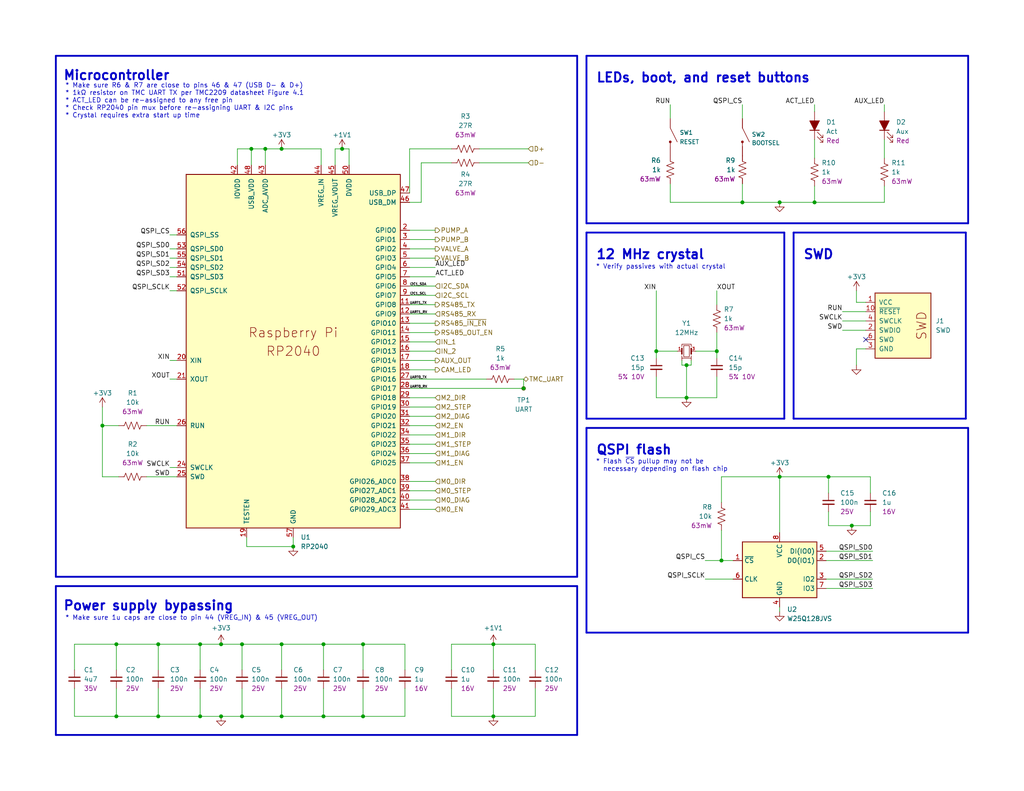
<source format=kicad_sch>
(kicad_sch (version 20250114) (generator "eeschema") (generator_version "9.0")
  (paper "USLetter")
  (title_block (title "Starfish") (date "2022-12-18") (rev "v2") (company "Winterbloom") (comment 1 "Alethea Flowers") (comment 2 "CERN-OHL-S V2") (comment 3 "jellyfish.wntr.dev"))
  (lib_symbols
    (symbol "Connector:TestPoint_Small" (pin_numbers (hide yes)) (pin_names (offset 0.762) (hide yes))
      (property "Reference" "TP" (at 0 3.81 0))
      (property "Value" "TestPoint_Small" (at 0 2.032 0))
      (symbol "TestPoint_Small_0_1"
        (circle (center 0 0) (radius 0.508))
      )
      (symbol "TestPoint_Small_1_1"
        (pin passive line (at 0 0 90) (length 0) (name "1") (number "1"))
      )
    )
    (symbol "Device:C_Small" (pin_numbers (hide yes)) (pin_names (offset 0.254) (hide yes))
      (property "Reference" "C" (at 0.254 1.778 0))
      (property "Value" "C_Small" (at 0.254 -2.032 0))
      (symbol "C_Small_0_1"
        (polyline (pts (xy -1.524 0.508) (xy 1.524 0.508)) (stroke (width 0.3048)))
        (polyline (pts (xy -1.524 -0.508) (xy 1.524 -0.508)) (stroke (width 0.3302)))
      )
      (symbol "C_Small_1_1"
        (pin passive line (at 0 2.54 270) (length 2.032) (name "~") (number "1"))
        (pin passive line (at 0 -2.54 90) (length 2.032) (name "~") (number "2"))
      )
    )
    (symbol "Device:LED_Filled" (pin_numbers (hide yes)) (pin_names (offset 1.016) (hide yes))
      (property "Reference" "D" (at 0 2.54 0))
      (property "Value" "LED_Filled" (at 0 -2.54 0))
      (symbol "LED_Filled_0_1"
        (polyline (pts (xy -3.048 -0.762) (xy -4.572 -2.286) (xy -3.81 -2.286) (xy -4.572 -2.286) (xy -4.572 -1.524)))
        (polyline (pts (xy -1.778 -0.762) (xy -3.302 -2.286) (xy -2.54 -2.286) (xy -3.302 -2.286) (xy -3.302 -1.524)))
        (polyline (pts (xy -1.27 0) (xy 1.27 0)))
        (polyline (pts (xy -1.27 -1.27) (xy -1.27 1.27)) (stroke (width 0.254)))
        (polyline (pts (xy 1.27 -1.27) (xy 1.27 1.27) (xy -1.27 0) (xy 1.27 -1.27)) (stroke (width 0.254)) (fill (type outline)))
      )
      (symbol "LED_Filled_1_1"
        (pin passive line (at -3.81 0 0) (length 2.54) (name "K") (number "1"))
        (pin passive line (at 3.81 0 180) (length 2.54) (name "A") (number "2"))
      )
    )
    (symbol "Device:R_US" (pin_numbers (hide yes)) (pin_names (offset 0))
      (property "Reference" "R" (at 2.54 0 90))
      (property "Value" "R_US" (at -2.54 0 90))
      (symbol "R_US_0_1"
        (polyline (pts (xy 0 2.286) (xy 0 2.54)))
        (polyline (pts (xy 0 2.286) (xy 1.016 1.905) (xy 0 1.524) (xy -1.016 1.143) (xy 0 0.762)))
        (polyline (pts (xy 0 0.762) (xy 1.016 0.381) (xy 0 0) (xy -1.016 -0.381) (xy 0 -0.762)))
        (polyline (pts (xy 0 -0.762) (xy 1.016 -1.143) (xy 0 -1.524) (xy -1.016 -1.905) (xy 0 -2.286)))
        (polyline (pts (xy 0 -2.286) (xy 0 -2.54)))
      )
      (symbol "R_US_1_1"
        (pin passive line (at 0 3.81 270) (length 1.27) (name "~") (number "1"))
        (pin passive line (at 0 -3.81 90) (length 1.27) (name "~") (number "2"))
      )
    )
    (symbol "Memory_Flash:W25Q128JVS"
      (property "Reference" "U" (at -8.89 8.89 0))
      (property "Value" "W25Q128JVS" (at 7.62 8.89 0))
      (symbol "W25Q128JVS_0_1"
        (rectangle (start -10.16 7.62) (end 10.16 -7.62) (stroke (width 0.254)) (fill (type background)))
      )
      (symbol "W25Q128JVS_1_1"
        (pin input line (at -12.7 2.54 0) (length 2.54) (name "~{CS}") (number "1"))
        (pin input line (at -12.7 -2.54 0) (length 2.54) (name "CLK") (number "6"))
        (pin power_in line (at 0 10.16 270) (length 2.54) (name "VCC") (number "8"))
        (pin power_in line (at 0 -10.16 90) (length 2.54) (name "GND") (number "4"))
        (pin bidirectional line (at 12.7 5.08 180) (length 2.54) (name "DI(IO0)") (number "5"))
        (pin bidirectional line (at 12.7 2.54 180) (length 2.54) (name "DO(IO1)") (number "2"))
        (pin bidirectional line (at 12.7 -2.54 180) (length 2.54) (name "IO2") (number "3"))
        (pin bidirectional line (at 12.7 -5.08 180) (length 2.54) (name "IO3") (number "7"))
      )
    )
    (symbol "Tactile_Switch_1" (pin_numbers (hide yes)) (pin_names (offset 1.016) (hide yes))
      (property "Reference" "SW" (at -1.27 -3.302 0))
      (property "Value" "Tactile_Switch_1" (at -6.223 -1.524 0))
      (symbol "Tactile_Switch_1_1_0"
        (polyline (pts (xy -2.54 0) (xy 1.27 1.905)))
        (circle (center 1.27 0) (radius 0.2794) (fill (type outline)))
        (polyline (pts (xy 2.54 0) (xy 1.27 0)))
      )
      (symbol "Tactile_Switch_1_1_1"
        (pin passive line (at -5.08 0 0) (length 2.54) (name "1") (number "1"))
        (pin passive line (at 5.08 0 180) (length 2.54) (name "2") (number "2"))
      )
    )
    (symbol "power:+1V1" (power) (pin_names (offset 0))
      (property "Value" "+1V1" (at 0 3.556 0))
      (symbol "+1V1_0_1"
        (polyline (pts (xy -0.762 1.27) (xy 0 2.54)))
        (polyline (pts (xy 0 2.54) (xy 0.762 1.27)))
        (polyline (pts (xy 0 0) (xy 0 2.54)))
      )
      (symbol "+1V1_1_1"
        (pin power_in line (at 0 0 90) (length 0) (hide yes) (name "+1V1") (number "1"))
      )
    )
    (symbol "power:+3V3" (power) (pin_names (offset 0))
      (property "Value" "+3V3" (at 0 3.556 0))
      (symbol "+3V3_0_1"
        (polyline (pts (xy -0.762 1.27) (xy 0 2.54)))
        (polyline (pts (xy 0 2.54) (xy 0.762 1.27)))
        (polyline (pts (xy 0 0) (xy 0 2.54)))
      )
      (symbol "+3V3_1_1"
        (pin power_in line (at 0 0 90) (length 0) (hide yes) (name "+3V3") (number "1"))
      )
    )
    (symbol "power:GND" (power) (pin_names (offset 0))
      (property "Value" "GND" (at 0 -3.81 0))
      (symbol "GND_0_1"
        (polyline (pts (xy 0 0) (xy 0 -1.27) (xy 1.27 -1.27) (xy 0 -2.54) (xy -1.27 -1.27) (xy 0 -1.27)))
      )
      (symbol "GND_1_1"
        (pin power_in line (at 0 0 270) (length 0) (hide yes) (name "GND") (number "1"))
      )
    )
    (symbol "winterbloom:Conn_SWD" (pin_names (offset 1.016))
      (property "Reference" "J?" (at 0 10.16 0))
      (property "Value" "Conn_SWD" (at 0 -10.16 0))
      (symbol "Conn_SWD_0_0"
        (text "SWD" (at -5.08 0 900) (effects (font (size 2.54 2.54))))
      )
      (symbol "Conn_SWD_0_1"
        (rectangle (start -7.62 8.89) (end 7.62 -8.89) (stroke (width 0.254)) (fill (type background)))
      )
      (symbol "Conn_SWD_1_1"
        (pin no_connect line (at -10.16 0 0) (length 2.54) (hide yes) (name "KEY") (number "7"))
        (pin no_connect line (at 0 0 180) (length 2.54) (hide yes) (name "NC") (number "8"))
        (pin power_in line (at 10.16 6.35 180) (length 2.54) (name "VCC") (number "1"))
        (pin open_collector line (at 10.16 3.81 180) (length 2.54) (name "~{RESET}") (number "10"))
        (pin output line (at 10.16 1.27 180) (length 2.54) (name "SWCLK") (number "4"))
        (pin bidirectional line (at 10.16 -1.27 180) (length 2.54) (name "SWDIO") (number "2"))
        (pin input line (at 10.16 -3.81 180) (length 2.54) (name "SWO") (number "6"))
        (pin power_in line (at 10.16 -6.35 180) (length 2.54) (name "GND") (number "3"))
        (pin passive line (at 10.16 -6.35 180) (length 2.54) (hide yes) (name "GND") (number "5"))
        (pin passive line (at 10.16 -6.35 180) (length 2.54) (hide yes) (name "GNDDetect") (number "9"))
      )
    )
    (symbol "winterbloom:Crystal_12MHz_4Pin" (pin_names (offset 1.016) (hide yes))
      (property "Reference" "Y1" (at 0 5.08 0))
      (property "Value" "Crystal_12MHz_4Pin" (at 0 3.175 0))
      (symbol "Crystal_12MHz_4Pin_0_1"
        (polyline (pts (xy -1.27 1.27) (xy -1.27 1.905) (xy 1.27 1.905) (xy 1.27 1.27)))
        (polyline (pts (xy -1.27 -0.762) (xy -1.27 0.762)) (stroke (width 0.381)))
        (polyline (pts (xy -1.27 -1.27) (xy -1.27 -1.905) (xy 1.27 -1.905) (xy 1.27 -1.27)))
        (rectangle (start -0.762 -1.524) (end 0.762 1.524))
        (polyline (pts (xy 1.27 -0.762) (xy 1.27 0.762)) (stroke (width 0.381)))
      )
      (symbol "Crystal_12MHz_4Pin_1_1"
        (pin passive line (at -2.54 0 0) (length 1.27) (name "1") (number "1"))
        (pin passive line (at -1.27 -2.54 90) (length 0.635) (name "2") (number "2"))
        (pin passive line (at 1.27 -2.54 90) (length 0.635) (name "4") (number "4"))
        (pin passive line (at 2.54 0 180) (length 1.27) (name "3") (number "3"))
      )
    )
    (symbol "winterbloom:RP2040" (pin_names (offset 1.016))
      (property "Reference" "U301" (at 2.0194 -50.8 0))
      (property "Value" "RP2040" (at 2.0194 -53.34 0))
      (symbol "RP2040_0_0"
        (text "Raspberry Pi" (at 0 5.08 0) (effects (font (size 2.54 2.54))))
        (text "RP2040" (at 0 0 0) (effects (font (size 2.54 2.54))))
      )
      (symbol "RP2040_0_1"
        (rectangle (start 29.21 48.26) (end -29.21 -48.26) (stroke (width 0.254)) (fill (type background)))
      )
      (symbol "RP2040_1_1"
        (pin bidirectional line (at -31.75 31.75 0) (length 2.54) (name "QSPI_SS") (number "56"))
        (pin bidirectional line (at -31.75 27.94 0) (length 2.54) (name "QSPI_SD0") (number "53"))
        (pin bidirectional line (at -31.75 25.4 0) (length 2.54) (name "QSPI_SD1") (number "55"))
        (pin bidirectional line (at -31.75 22.86 0) (length 2.54) (name "QSPI_SD2") (number "54"))
        (pin bidirectional line (at -31.75 20.32 0) (length 2.54) (name "QSPI_SD3") (number "51"))
        (pin output line (at -31.75 16.51 0) (length 2.54) (name "QSPI_SCLK") (number "52"))
        (pin input line (at -31.75 -2.54 0) (length 2.54) (name "XIN") (number "20"))
        (pin passive line (at -31.75 -7.62 0) (length 2.54) (name "XOUT") (number "21"))
        (pin input line (at -31.75 -20.32 0) (length 2.54) (name "RUN") (number "26"))
        (pin output line (at -31.75 -31.75 0) (length 2.54) (name "SWCLK") (number "24"))
        (pin bidirectional line (at -31.75 -34.29 0) (length 2.54) (name "SWD") (number "25"))
        (pin power_in line (at -15.24 50.8 270) (length 2.54) (hide yes) (name "IOVDD") (number "1"))
        (pin power_in line (at -15.24 50.8 270) (length 2.54) (hide yes) (name "IOVDD") (number "10"))
        (pin power_in line (at -15.24 50.8 270) (length 2.54) (hide yes) (name "IOVDD") (number "22"))
        (pin power_in line (at -15.24 50.8 270) (length 2.54) (hide yes) (name "IOVDD") (number "33"))
        (pin power_in line (at -15.24 50.8 270) (length 2.54) (name "IOVDD") (number "42"))
        (pin power_in line (at -15.24 50.8 270) (length 2.54) (hide yes) (name "IOVDD") (number "49"))
        (pin passive line (at -12.7 -50.8 90) (length 2.54) (name "TESTEN") (number "19"))
        (pin power_in line (at -11.43 50.8 270) (length 2.54) (name "USB_VDD") (number "48"))
        (pin power_in line (at -7.62 50.8 270) (length 2.54) (name "ADC_AVDD") (number "43"))
        (pin power_in line (at 0 -50.8 90) (length 2.54) (name "GND") (number "57"))
        (pin power_in line (at 7.62 50.8 270) (length 2.54) (name "VREG_IN") (number "44"))
        (pin power_out line (at 11.43 50.8 270) (length 2.54) (name "VREG_VOUT") (number "45"))
        (pin power_in line (at 15.24 50.8 270) (length 2.54) (hide yes) (name "DVDD") (number "23"))
        (pin power_in line (at 15.24 50.8 270) (length 2.54) (name "DVDD") (number "50"))
        (pin bidirectional line (at 31.75 43.18 180) (length 2.54) (name "USB_DP") (number "47"))
        (pin bidirectional line (at 31.75 40.64 180) (length 2.54) (name "USB_DM") (number "46"))
        (pin bidirectional line (at 31.75 33.02 180) (length 2.54) (name "GPIO0") (number "2"))
        (pin bidirectional line (at 31.75 30.48 180) (length 2.54) (name "GPIO1") (number "3"))
        (pin bidirectional line (at 31.75 27.94 180) (length 2.54) (name "GPIO2") (number "4"))
        (pin bidirectional line (at 31.75 25.4 180) (length 2.54) (name "GPIO3") (number "5"))
        (pin bidirectional line (at 31.75 22.86 180) (length 2.54) (name "GPIO4") (number "6"))
        (pin bidirectional line (at 31.75 20.32 180) (length 2.54) (name "GPIO5") (number "7"))
        (pin bidirectional line (at 31.75 17.78 180) (length 2.54) (name "GPIO6") (number "8"))
        (pin bidirectional line (at 31.75 15.24 180) (length 2.54) (name "GPIO7") (number "9"))
        (pin bidirectional line (at 31.75 12.7 180) (length 2.54) (name "GPIO8") (number "11"))
        (pin bidirectional line (at 31.75 10.16 180) (length 2.54) (name "GPIO9") (number "12"))
        (pin bidirectional line (at 31.75 7.62 180) (length 2.54) (name "GPIO10") (number "13"))
        (pin bidirectional line (at 31.75 5.08 180) (length 2.54) (name "GPIO11") (number "14"))
        (pin bidirectional line (at 31.75 2.54 180) (length 2.54) (name "GPIO12") (number "15"))
        (pin bidirectional line (at 31.75 0 180) (length 2.54) (name "GPIO13") (number "16"))
        (pin bidirectional line (at 31.75 -2.54 180) (length 2.54) (name "GPIO14") (number "17"))
        (pin bidirectional line (at 31.75 -5.08 180) (length 2.54) (name "GPIO15") (number "18"))
        (pin bidirectional line (at 31.75 -7.62 180) (length 2.54) (name "GPIO16") (number "27"))
        (pin bidirectional line (at 31.75 -10.16 180) (length 2.54) (name "GPIO17") (number "28"))
        (pin bidirectional line (at 31.75 -12.7 180) (length 2.54) (name "GPIO18") (number "29"))
        (pin bidirectional line (at 31.75 -15.24 180) (length 2.54) (name "GPIO19") (number "30"))
        (pin bidirectional line (at 31.75 -17.78 180) (length 2.54) (name "GPIO20") (number "31"))
        (pin bidirectional line (at 31.75 -20.32 180) (length 2.54) (name "GPIO21") (number "32"))
        (pin bidirectional line (at 31.75 -22.86 180) (length 2.54) (name "GPIO22") (number "34"))
        (pin bidirectional line (at 31.75 -25.4 180) (length 2.54) (name "GPIO23") (number "35"))
        (pin bidirectional line (at 31.75 -27.94 180) (length 2.54) (name "GPIO24") (number "36"))
        (pin bidirectional line (at 31.75 -30.48 180) (length 2.54) (name "GPIO25") (number "37"))
        (pin bidirectional line (at 31.75 -35.56 180) (length 2.54) (name "GPIO26_ADC0") (number "38"))
        (pin bidirectional line (at 31.75 -38.1 180) (length 2.54) (name "GPIO27_ADC1") (number "39"))
        (pin bidirectional line (at 31.75 -40.64 180) (length 2.54) (name "GPIO28_ADC2") (number "40"))
        (pin bidirectional line (at 31.75 -43.18 180) (length 2.54) (name "GPIO29_ADC3") (number "41"))
      )
    )
    (symbol "winterbloom:Tactile_Switch" (pin_numbers (hide yes)) (pin_names (offset 1.016) (hide yes))
      (property "Reference" "SW" (at -1.27 -3.302 0))
      (property "Value" "Tactile_Switch" (at -6.223 -1.524 0))
      (symbol "Tactile_Switch_1_0"
        (polyline (pts (xy -2.54 0) (xy 1.27 1.905)))
        (circle (center 1.27 0) (radius 0.2794) (fill (type outline)))
        (polyline (pts (xy 2.54 0) (xy 1.27 0)))
      )
      (symbol "Tactile_Switch_1_1"
        (pin passive line (at -5.08 0 0) (length 2.54) (name "1") (number "1"))
        (pin passive line (at 5.08 0 180) (length 2.54) (name "2") (number "2"))
      )
    )
  )
  (text "Power supply bypassing" (at 17.145 167.005 0) (effects (font (size 2.54 2.54) (bold yes)) (justify left bottom)))
  (text "* Flash ~{CS} pullup may not be\n  necessary depending on flash chip" (at 162.56 128.905 0) (effects (font (size 1.27 1.27)) (justify left bottom)))
  (text "* Make sure R6 & R7 are close to pins 46 & 47 (USB D- & D+)\n* 1kΩ resistor on TMC UART TX per TMC2209 datasheet Figure 4.1\n* ACT_LED can be re-assigned to any free pin\n* Check RP2040 pin mux before re-assigning UART & I2C pins\n* Crystal requires extra start up time" (at 17.78 32.385 0) (effects (font (size 1.27 1.27)) (justify left bottom)))
  (text "* Make sure 1u caps are close to pin 44 (VREG_IN) & 45 (VREG_OUT)" (at 17.78 169.545 0) (effects (font (size 1.27 1.27)) (justify left bottom)))
  (text "* Verify passives with actual crystal" (at 162.56 73.66 0) (effects (font (size 1.27 1.27)) (justify left bottom)))
  (text "12 MHz crystal" (at 162.56 71.12 0) (effects (font (size 2.54 2.54) (bold yes)) (justify left bottom)))
  (text "SWD" (at 219.075 71.12 0) (effects (font (size 2.54 2.54) (bold yes)) (justify left bottom)))
  (text "QSPI flash" (at 162.56 124.46 0) (effects (font (size 2.54 2.54) (bold yes)) (justify left bottom)))
  (text "LEDs, boot, and reset buttons" (at 162.56 22.86 0) (effects (font (size 2.54 2.54) (bold yes)) (justify left bottom)))
  (text "Microcontroller" (at 17.145 22.225 0) (effects (font (size 2.54 2.54) (bold yes)) (justify left bottom)))
  (junction (at 179.07 95.885))
  (junction (at 76.835 195.58))
  (junction (at 76.835 40.64))
  (junction (at 80.01 149.225))
  (junction (at 54.61 195.58))
  (junction (at 66.04 175.895))
  (junction (at 43.18 175.895))
  (junction (at 142.875 106.045))
  (junction (at 31.75 195.58))
  (junction (at 202.565 55.245))
  (junction (at 66.04 195.58))
  (junction (at 99.06 195.58))
  (junction (at 134.62 175.895))
  (junction (at 232.41 143.51))
  (junction (at 222.25 55.245))
  (junction (at 31.75 175.895))
  (junction (at 187.325 108.585))
  (junction (at 226.06 130.175))
  (junction (at 60.325 175.895))
  (junction (at 195.58 95.885))
  (junction (at 99.06 175.895))
  (junction (at 212.725 55.245))
  (junction (at 54.61 175.895))
  (junction (at 43.18 195.58))
  (junction (at 27.94 116.205))
  (junction (at 72.39 40.64))
  (junction (at 88.265 175.895))
  (junction (at 88.265 195.58))
  (junction (at 93.345 40.64))
  (junction (at 60.325 195.58))
  (junction (at 76.835 175.895))
  (junction (at 68.58 40.64))
  (junction (at 134.62 195.58))
  (junction (at 196.85 153.035))
  (junction (at 187.325 99.695))
  (junction (at 212.725 130.175))
  (no_connect (at 236.22 92.71))
  (wire (pts (xy 43.18 195.58) (xy 31.75 195.58)))
  (wire (pts (xy 236.22 82.55) (xy 233.68 82.55)))
  (polyline (pts (xy 160.02 63.5) (xy 213.995 63.5)) (stroke (width 0.5) (type solid)))
  (wire (pts (xy 72.39 40.64) (xy 72.39 45.085)))
  (wire (pts (xy 111.76 103.505) (xy 132.715 103.505)))
  (wire (pts (xy 111.76 65.405) (xy 118.745 65.405)))
  (wire (pts (xy 187.325 99.695) (xy 187.325 108.585)))
  (wire (pts (xy 114.935 55.245) (xy 111.76 55.245)))
  (polyline (pts (xy 160.02 116.84) (xy 160.02 172.72)) (stroke (width 0.5) (type solid)))
  (wire (pts (xy 241.3 55.245) (xy 222.25 55.245)))
  (polyline (pts (xy 160.02 15.24) (xy 160.02 60.96)) (stroke (width 0.5) (type solid)))
  (wire (pts (xy 222.25 43.18) (xy 222.25 38.1)))
  (wire (pts (xy 32.385 130.175) (xy 27.94 130.175)))
  (wire (pts (xy 179.07 108.585) (xy 187.325 108.585)))
  (wire (pts (xy 111.76 108.585) (xy 118.745 108.585)))
  (wire (pts (xy 93.345 40.64) (xy 95.25 40.64)))
  (wire (pts (xy 111.76 67.945) (xy 118.745 67.945)))
  (wire (pts (xy 192.405 153.035) (xy 196.85 153.035)))
  (wire (pts (xy 229.87 90.17) (xy 236.22 90.17)))
  (wire (pts (xy 68.58 40.64) (xy 64.77 40.64)))
  (wire (pts (xy 241.3 28.575) (xy 241.3 30.48)))
  (wire (pts (xy 60.325 195.58) (xy 54.61 195.58)))
  (wire (pts (xy 233.68 95.25) (xy 233.68 99.695)))
  (wire (pts (xy 66.04 175.895) (xy 76.835 175.895)))
  (wire (pts (xy 140.335 103.505) (xy 142.875 103.505)))
  (wire (pts (xy 233.68 82.55) (xy 233.68 79.375)))
  (wire (pts (xy 212.725 165.735) (xy 212.725 167.005)))
  (wire (pts (xy 31.75 175.895) (xy 43.18 175.895)))
  (wire (pts (xy 187.325 99.695) (xy 188.595 99.695)))
  (wire (pts (xy 43.18 175.895) (xy 43.18 182.88)))
  (wire (pts (xy 195.58 79.375) (xy 195.58 83.185)))
  (wire (pts (xy 46.355 75.565) (xy 48.26 75.565)))
  (wire (pts (xy 111.76 73.025) (xy 118.745 73.025)))
  (wire (pts (xy 66.04 187.96) (xy 66.04 195.58)))
  (wire (pts (xy 182.88 55.245) (xy 202.565 55.245)))
  (wire (pts (xy 64.77 45.085) (xy 64.77 40.64)))
  (wire (pts (xy 76.835 40.64) (xy 87.63 40.64)))
  (wire (pts (xy 123.19 175.895) (xy 134.62 175.895)))
  (wire (pts (xy 236.22 95.25) (xy 233.68 95.25)))
  (wire (pts (xy 111.76 85.725) (xy 118.745 85.725)))
  (wire (pts (xy 111.76 126.365) (xy 118.745 126.365)))
  (wire (pts (xy 60.325 175.895) (xy 66.04 175.895)))
  (wire (pts (xy 111.76 136.525) (xy 118.745 136.525)))
  (wire (pts (xy 212.725 130.175) (xy 226.06 130.175)))
  (wire (pts (xy 111.76 139.065) (xy 118.745 139.065)))
  (wire (pts (xy 146.05 175.895) (xy 146.05 182.88)))
  (polyline (pts (xy 263.525 63.5) (xy 263.525 114.3)) (stroke (width 0.5) (type solid)))
  (wire (pts (xy 72.39 40.64) (xy 76.835 40.64)))
  (polyline (pts (xy 264.16 60.96) (xy 160.02 60.96)) (stroke (width 0.5) (type solid)))
  (wire (pts (xy 110.49 187.96) (xy 110.49 195.58)))
  (wire (pts (xy 179.07 79.375) (xy 179.07 95.885)))
  (wire (pts (xy 123.19 175.895) (xy 123.19 182.88)))
  (wire (pts (xy 130.81 44.45) (xy 144.145 44.45)))
  (wire (pts (xy 111.76 133.985) (xy 118.745 133.985)))
  (polyline (pts (xy 15.24 15.24) (xy 157.48 15.24)) (stroke (width 0.5) (type solid)))
  (wire (pts (xy 232.41 143.51) (xy 237.49 143.51)))
  (wire (pts (xy 225.425 150.495) (xy 238.125 150.495)))
  (wire (pts (xy 99.06 175.895) (xy 110.49 175.895)))
  (wire (pts (xy 123.19 44.45) (xy 114.935 44.45)))
  (wire (pts (xy 111.76 70.485) (xy 118.745 70.485)))
  (wire (pts (xy 189.865 95.885) (xy 195.58 95.885)))
  (polyline (pts (xy 263.525 114.3) (xy 216.535 114.3)) (stroke (width 0.5) (type solid)))
  (wire (pts (xy 134.62 187.96) (xy 134.62 195.58)))
  (wire (pts (xy 54.61 195.58) (xy 43.18 195.58)))
  (wire (pts (xy 225.425 158.115) (xy 238.125 158.115)))
  (wire (pts (xy 67.31 146.685) (xy 67.31 149.225)))
  (wire (pts (xy 54.61 175.895) (xy 60.325 175.895)))
  (wire (pts (xy 20.32 175.895) (xy 31.75 175.895)))
  (wire (pts (xy 66.04 175.895) (xy 66.04 182.88)))
  (wire (pts (xy 76.835 195.58) (xy 66.04 195.58)))
  (wire (pts (xy 111.76 123.825) (xy 118.745 123.825)))
  (wire (pts (xy 27.94 116.205) (xy 32.385 116.205)))
  (wire (pts (xy 111.76 98.425) (xy 118.745 98.425)))
  (wire (pts (xy 31.75 187.96) (xy 31.75 195.58)))
  (wire (pts (xy 146.05 195.58) (xy 134.62 195.58)))
  (polyline (pts (xy 264.16 15.24) (xy 264.16 60.96)) (stroke (width 0.5) (type solid)))
  (wire (pts (xy 111.76 78.105) (xy 118.745 78.105)))
  (wire (pts (xy 111.76 116.205) (xy 118.745 116.205)))
  (wire (pts (xy 182.88 50.165) (xy 182.88 55.245)))
  (wire (pts (xy 111.76 113.665) (xy 118.745 113.665)))
  (polyline (pts (xy 157.48 160.02) (xy 157.48 200.66)) (stroke (width 0.5) (type solid)))
  (wire (pts (xy 99.06 187.96) (xy 99.06 195.58)))
  (wire (pts (xy 111.76 90.805) (xy 118.745 90.805)))
  (wire (pts (xy 195.58 95.885) (xy 195.58 97.79)))
  (wire (pts (xy 93.345 40.64) (xy 91.44 40.64)))
  (polyline (pts (xy 216.535 63.5) (xy 216.535 114.3)) (stroke (width 0.5) (type solid)))
  (wire (pts (xy 111.76 121.285) (xy 118.745 121.285)))
  (wire (pts (xy 111.76 106.045) (xy 142.875 106.045)))
  (wire (pts (xy 226.06 130.175) (xy 226.06 134.62)))
  (wire (pts (xy 182.88 28.575) (xy 182.88 32.385)))
  (wire (pts (xy 76.835 187.96) (xy 76.835 195.58)))
  (polyline (pts (xy 213.995 114.3) (xy 160.02 114.3)) (stroke (width 0.5) (type solid)))
  (wire (pts (xy 110.49 175.895) (xy 110.49 182.88)))
  (wire (pts (xy 27.94 111.125) (xy 27.94 116.205)))
  (wire (pts (xy 111.76 131.445) (xy 118.745 131.445)))
  (wire (pts (xy 27.94 130.175) (xy 27.94 116.205)))
  (polyline (pts (xy 264.16 116.84) (xy 264.16 172.72)) (stroke (width 0.5) (type solid)))
  (wire (pts (xy 237.49 143.51) (xy 237.49 139.7)))
  (wire (pts (xy 192.405 158.115) (xy 200.025 158.115)))
  (wire (pts (xy 54.61 175.895) (xy 54.61 182.88)))
  (wire (pts (xy 99.06 175.895) (xy 99.06 182.88)))
  (wire (pts (xy 111.76 95.885) (xy 118.745 95.885)))
  (wire (pts (xy 222.25 50.8) (xy 222.25 55.245)))
  (wire (pts (xy 46.355 64.135) (xy 48.26 64.135)))
  (polyline (pts (xy 15.24 160.02) (xy 15.24 200.66)) (stroke (width 0.5) (type solid)))
  (wire (pts (xy 241.3 50.8) (xy 241.3 55.245)))
  (wire (pts (xy 43.18 175.895) (xy 54.61 175.895)))
  (polyline (pts (xy 216.535 63.5) (xy 263.525 63.5)) (stroke (width 0.5) (type solid)))
  (polyline (pts (xy 15.24 160.02) (xy 157.48 160.02)) (stroke (width 0.5) (type solid)))
  (polyline (pts (xy 157.48 15.24) (xy 157.48 157.48)) (stroke (width 0.5) (type solid)))
  (polyline (pts (xy 15.24 15.24) (xy 15.24 157.48)) (stroke (width 0.5) (type solid)))
  (polyline (pts (xy 264.16 172.72) (xy 160.02 172.72)) (stroke (width 0.5) (type solid)))
  (wire (pts (xy 237.49 130.175) (xy 237.49 134.62)))
  (wire (pts (xy 123.19 187.96) (xy 123.19 195.58)))
  (wire (pts (xy 87.63 40.64) (xy 87.63 45.085)))
  (wire (pts (xy 202.565 55.245) (xy 212.725 55.245)))
  (wire (pts (xy 134.62 195.58) (xy 123.19 195.58)))
  (wire (pts (xy 202.565 50.165) (xy 202.565 55.245)))
  (wire (pts (xy 95.25 45.085) (xy 95.25 40.64)))
  (wire (pts (xy 111.76 75.565) (xy 118.745 75.565)))
  (wire (pts (xy 46.355 98.425) (xy 48.26 98.425)))
  (wire (pts (xy 226.06 130.175) (xy 237.49 130.175)))
  (wire (pts (xy 196.85 130.175) (xy 212.725 130.175)))
  (wire (pts (xy 212.725 130.175) (xy 212.725 145.415)))
  (wire (pts (xy 91.44 40.64) (xy 91.44 45.085)))
  (wire (pts (xy 80.01 146.685) (xy 80.01 149.225)))
  (wire (pts (xy 48.26 130.175) (xy 40.005 130.175)))
  (wire (pts (xy 146.05 187.96) (xy 146.05 195.58)))
  (wire (pts (xy 111.76 93.345) (xy 118.745 93.345)))
  (wire (pts (xy 88.265 187.96) (xy 88.265 195.58)))
  (wire (pts (xy 68.58 45.085) (xy 68.58 40.64)))
  (wire (pts (xy 111.76 111.125) (xy 118.745 111.125)))
  (wire (pts (xy 46.355 79.375) (xy 48.26 79.375)))
  (wire (pts (xy 196.85 153.035) (xy 200.025 153.035)))
  (wire (pts (xy 88.265 195.58) (xy 76.835 195.58)))
  (wire (pts (xy 76.835 175.895) (xy 76.835 182.88)))
  (wire (pts (xy 48.26 116.205) (xy 40.005 116.205)))
  (wire (pts (xy 67.31 149.225) (xy 80.01 149.225)))
  (wire (pts (xy 195.58 108.585) (xy 195.58 102.87)))
  (wire (pts (xy 111.76 40.64) (xy 111.76 52.705)))
  (wire (pts (xy 202.565 28.575) (xy 202.565 32.385)))
  (wire (pts (xy 222.25 28.575) (xy 222.25 30.48)))
  (wire (pts (xy 46.355 73.025) (xy 48.26 73.025)))
  (wire (pts (xy 229.87 87.63) (xy 236.22 87.63)))
  (polyline (pts (xy 160.02 15.24) (xy 264.16 15.24)) (stroke (width 0.5) (type solid)))
  (wire (pts (xy 195.58 90.805) (xy 195.58 95.885)))
  (wire (pts (xy 46.355 70.485) (xy 48.26 70.485)))
  (wire (pts (xy 226.06 139.7) (xy 226.06 143.51)))
  (wire (pts (xy 196.85 130.175) (xy 196.85 137.16)))
  (wire (pts (xy 46.355 127.635) (xy 48.26 127.635)))
  (wire (pts (xy 111.76 62.865) (xy 118.745 62.865)))
  (wire (pts (xy 114.935 44.45) (xy 114.935 55.245)))
  (wire (pts (xy 111.76 83.185) (xy 118.745 83.185)))
  (wire (pts (xy 20.32 175.895) (xy 20.32 182.88)))
  (wire (pts (xy 134.62 175.895) (xy 146.05 175.895)))
  (wire (pts (xy 43.18 187.96) (xy 43.18 195.58)))
  (wire (pts (xy 130.81 40.64) (xy 144.145 40.64)))
  (wire (pts (xy 111.76 100.965) (xy 118.745 100.965)))
  (wire (pts (xy 241.3 43.18) (xy 241.3 38.1)))
  (polyline (pts (xy 213.995 63.5) (xy 213.995 114.3)) (stroke (width 0.5) (type solid)))
  (wire (pts (xy 187.325 108.585) (xy 195.58 108.585)))
  (wire (pts (xy 76.835 175.895) (xy 88.265 175.895)))
  (wire (pts (xy 60.325 195.58) (xy 66.04 195.58)))
  (wire (pts (xy 134.62 175.895) (xy 134.62 182.88)))
  (wire (pts (xy 111.76 80.645) (xy 118.745 80.645)))
  (wire (pts (xy 111.76 118.745) (xy 118.745 118.745)))
  (wire (pts (xy 188.595 99.695) (xy 188.595 98.425)))
  (wire (pts (xy 225.425 160.655) (xy 238.125 160.655)))
  (wire (pts (xy 68.58 40.64) (xy 72.39 40.64)))
  (wire (pts (xy 31.75 175.895) (xy 31.75 182.88)))
  (wire (pts (xy 54.61 187.96) (xy 54.61 195.58)))
  (wire (pts (xy 186.055 98.425) (xy 186.055 99.695)))
  (wire (pts (xy 46.355 103.505) (xy 48.26 103.505)))
  (wire (pts (xy 46.355 67.945) (xy 48.26 67.945)))
  (wire (pts (xy 111.76 40.64) (xy 123.19 40.64)))
  (wire (pts (xy 225.425 153.035) (xy 238.125 153.035)))
  (polyline (pts (xy 157.48 157.48) (xy 15.24 157.48)) (stroke (width 0.5) (type solid)))
  (wire (pts (xy 179.07 97.79) (xy 179.07 95.885)))
  (wire (pts (xy 179.07 95.885) (xy 184.785 95.885)))
  (wire (pts (xy 88.265 175.895) (xy 88.265 182.88)))
  (polyline (pts (xy 160.02 116.84) (xy 264.16 116.84)) (stroke (width 0.5) (type solid)))
  (wire (pts (xy 111.76 88.265) (xy 118.745 88.265)))
  (wire (pts (xy 88.265 195.58) (xy 99.06 195.58)))
  (polyline (pts (xy 157.48 200.66) (xy 15.24 200.66)) (stroke (width 0.5) (type solid)))
  (wire (pts (xy 179.07 102.87) (xy 179.07 108.585)))
  (wire (pts (xy 142.875 103.505) (xy 142.875 106.045)))
  (wire (pts (xy 20.32 195.58) (xy 20.32 187.96)))
  (wire (pts (xy 229.87 85.09) (xy 236.22 85.09)))
  (wire (pts (xy 196.85 144.78) (xy 196.85 153.035)))
  (polyline (pts (xy 160.02 63.5) (xy 160.02 114.3)) (stroke (width 0.5) (type solid)))
  (wire (pts (xy 88.265 175.895) (xy 99.06 175.895)))
  (wire (pts (xy 31.75 195.58) (xy 20.32 195.58)))
  (wire (pts (xy 226.06 143.51) (xy 232.41 143.51)))
  (wire (pts (xy 212.725 55.245) (xy 222.25 55.245)))
  (wire (pts (xy 186.055 99.695) (xy 187.325 99.695)))
  (wire (pts (xy 110.49 195.58) (xy 99.06 195.58)))
  (label "ACT_LED" (at 222.25 28.575 180))
  (label "SWCLK" (at 229.87 87.63 180))
  (label "QSPI_CS" (at 192.405 153.035 180))
  (label "QSPI_SD1" (at 238.125 153.035 180))
  (label "UART1_RX" (at 111.76 85.725 0) (effects (font (size 0.64 0.64))))
  (label "XOUT" (at 46.355 103.505 180))
  (label "QSPI_SD1" (at 46.355 70.485 180))
  (label "QSPI_SD2" (at 46.355 73.025 180))
  (label "SWCLK" (at 46.355 127.635 180))
  (label "XIN" (at 179.07 79.375 180))
  (label "I2C1_SDA" (at 111.76 78.105 0) (effects (font (size 0.64 0.64))))
  (label "QSPI_CS" (at 46.355 64.135 180))
  (label "QSPI_SCLK" (at 192.405 158.115 180))
  (label "ACT_LED" (at 118.745 75.565 0))
  (label "QSPI_SD0" (at 238.125 150.495 180))
  (label "SWD" (at 46.355 130.175 180))
  (label "AUX_LED" (at 241.3 28.575 180))
  (label "QSPI_SD0" (at 46.355 67.945 180))
  (label "UART0_TX" (at 111.76 103.505 0) (effects (font (size 0.64 0.64))))
  (label "QSPI_SD3" (at 238.125 160.655 180))
  (label "RUN" (at 229.87 85.09 180))
  (label "UART1_TX" (at 111.76 83.185 0) (effects (font (size 0.64 0.64))))
  (label "QSPI_SD2" (at 238.125 158.115 180))
  (label "QSPI_SCLK" (at 46.355 79.375 180))
  (label "QSPI_SD3" (at 46.355 75.565 180))
  (label "XOUT" (at 195.58 79.375 0))
  (label "XIN" (at 46.355 98.425 180))
  (label "RUN" (at 182.88 28.575 180))
  (label "SWD" (at 229.87 90.17 180))
  (label "QSPI_CS" (at 202.565 28.575 180))
  (label "AUX_LED" (at 118.745 73.025 0))
  (label "UART0_RX" (at 111.76 106.045 0) (effects (font (size 0.64 0.64))))
  (label "I2C1_SCL" (at 111.76 80.645 0) (effects (font (size 0.64 0.64))))
  (label "RUN" (at 46.355 116.205 180))
  (hierarchical_label "D-" (shape input) (at 144.145 44.45 0))
  (hierarchical_label "M0_EN" (shape input) (at 118.745 139.065 0))
  (hierarchical_label "M0_DIR" (shape input) (at 118.745 131.445 0))
  (hierarchical_label "RS485_RX" (shape input) (at 118.745 85.725 0))
  (hierarchical_label "VALVE_A" (shape output) (at 118.745 67.945 0))
  (hierarchical_label "M0_STEP" (shape input) (at 118.745 133.985 0))
  (hierarchical_label "M1_STEP" (shape input) (at 118.745 121.285 0))
  (hierarchical_label "M0_DIAG" (shape input) (at 118.745 136.525 0))
  (hierarchical_label "CAM_LED" (shape output) (at 118.745 100.965 0))
  (hierarchical_label "IN_2" (shape input) (at 118.745 95.885 0))
  (hierarchical_label "PUMP_A" (shape output) (at 118.745 62.865 0))
  (hierarchical_label "RS485_TX" (shape output) (at 118.745 83.185 0))
  (hierarchical_label "I2C_SDA" (shape input) (at 118.745 78.105 0))
  (hierarchical_label "D+" (shape input) (at 144.145 40.64 0))
  (hierarchical_label "M1_DIR" (shape input) (at 118.745 118.745 0))
  (hierarchical_label "VALVE_B" (shape output) (at 118.745 70.485 0))
  (hierarchical_label "M1_EN" (shape input) (at 118.745 126.365 0))
  (hierarchical_label "TMC_UART" (shape bidirectional) (at 142.875 103.505 0))
  (hierarchical_label "M2_DIR" (shape input) (at 118.745 108.585 0))
  (hierarchical_label "RS485_~{IN_EN}" (shape output) (at 118.745 88.265 0))
  (hierarchical_label "I2C_SCL" (shape input) (at 118.745 80.645 0))
  (hierarchical_label "RS485_OUT_EN" (shape output) (at 118.745 90.805 0))
  (hierarchical_label "M1_DIAG" (shape input) (at 118.745 123.825 0))
  (hierarchical_label "IN_1" (shape input) (at 118.745 93.345 0))
  (hierarchical_label "M2_DIAG" (shape input) (at 118.745 113.665 0))
  (hierarchical_label "AUX_OUT" (shape output) (at 118.745 98.425 0))
  (hierarchical_label "M2_STEP" (shape input) (at 118.745 111.125 0))
  (hierarchical_label "PUMP_B" (shape output) (at 118.745 65.405 0))
  (hierarchical_label "M2_EN" (shape input) (at 118.745 116.205 0))
  (symbol (lib_id "power:GND") (at 233.68 99.695 0) (unit 1)
    (property "Reference" "#PWR0110" (effects (hide yes)))
    (property "Value" "GND" (effects (hide yes)))
  )
  (symbol (lib_id "Device:C_Small") (at 43.18 185.42 0) (unit 1)
    (property "Reference" "C3" (at 46.355 182.8862 0) (effects (justify left)))
    (property "Value" "100n" (at 46.355 185.4262 0) (effects (justify left)))
    (property "Footprint" "winterbloom:C_0402_HandSolder" (effects (hide yes)))
    (property "Rating" "25V" (at 46.355 187.9662 0) (effects (justify left)))
    (property "mpn" "CL05A104KA5NNNC" (effects (hide yes)))
  )
  (symbol (lib_id "power:+3V3") (at 233.68 79.375 0) (unit 1)
    (property "Reference" "#PWR0109" (effects (hide yes)))
    (property "Value" "+3V3" (at 233.68 75.565 0))
  )
  (symbol (lib_id "Device:R_US") (at 195.58 86.995 0) (unit 1)
    (property "Reference" "R7" (at 197.485 84.4549 0) (effects (justify left)))
    (property "Value" "1k" (at 197.485 86.9949 0) (effects (justify left)))
    (property "Footprint" "winterbloom:R_0402_HandSolder" (effects (hide yes)))
    (property "mpn" "RC0402JR-071KL" (effects (hide yes)))
    (property "Rating" "63mW" (at 197.485 89.5349 0) (effects (justify left)))
  )
  (symbol (lib_id "Device:R_US") (at 36.195 116.205 270) (unit 1)
    (property "Reference" "R1" (at 36.195 107.315 90))
    (property "Value" "10k" (at 36.195 109.855 90))
    (property "Footprint" "winterbloom:R_0402_HandSolder" (effects (hide yes)))
    (property "mpn" "RC0402JR-0710KL" (effects (hide yes)))
    (property "Rating" "63mW" (at 36.195 112.395 90))
  )
  (symbol (lib_id "power:+3V3") (at 60.325 175.895 0) (unit 1)
    (property "Reference" "#PWR0105" (effects (hide yes)))
    (property "Value" "+3V3" (at 60.325 171.45 0))
  )
  (symbol (lib_id "winterbloom:Conn_SWD") (at 246.38 88.9 0) (mirror y) (unit 1)
    (property "Reference" "J1" (at 255.27 87.6299 0) (effects (justify right)))
    (property "Value" "SWD" (at 255.27 90.1699 0) (effects (justify right)))
    (property "Footprint" "winterbloom:Connector_Cortex_Debug_IDC_2x05_P1.27mm_Vertical_Shrouded_SMD" (effects (hide yes)))
    (property "Datasheet" "http://infocenter.arm.com/help/topic/com.arm.doc.ddi0314h/DDI0314H_coresight_components_trm.pdf" (effects (hide yes)))
  )
  (symbol (lib_id "power:+1V1") (at 134.62 175.895 0) (unit 1)
    (property "Reference" "#PWR0102" (effects (hide yes)))
    (property "Value" "+1V1" (at 134.62 171.45 0))
  )
  (symbol (lib_id "Device:R_US") (at 196.85 140.97 180) (unit 1)
    (property "Reference" "R8" (at 194.31 138.4299 0) (effects (justify left)))
    (property "Value" "10k" (at 194.31 140.9699 0) (effects (justify left)))
    (property "Footprint" "winterbloom:R_0402_HandSolder" (effects (hide yes)))
    (property "mpn" "RC0402JR-0710KL" (effects (hide yes)))
    (property "Rating" "63mW" (at 194.31 143.5099 0) (effects (justify left)))
  )
  (symbol (lib_id "Device:C_Small") (at 99.06 185.42 0) (unit 1)
    (property "Reference" "C8" (at 102.235 182.8862 0) (effects (justify left)))
    (property "Value" "100n" (at 102.235 185.4262 0) (effects (justify left)))
    (property "Footprint" "winterbloom:C_0402_HandSolder" (effects (hide yes)))
    (property "Rating" "25V" (at 102.235 187.9662 0) (effects (justify left)))
    (property "mpn" "CL05A104KA5NNNC" (effects (hide yes)))
  )
  (symbol (lib_id "Device:C_Small") (at 134.62 185.42 0) (unit 1)
    (property "Reference" "C11" (at 137.16 182.8862 0) (effects (justify left)))
    (property "Value" "100n" (at 137.16 185.4262 0) (effects (justify left)))
    (property "Footprint" "winterbloom:C_0402_HandSolder" (effects (hide yes)))
    (property "Rating" "25V" (at 137.16 187.9662 0) (effects (justify left)))
    (property "mpn" "CL05A104KA5NNNC" (effects (hide yes)))
  )
  (symbol (lib_id "Device:R_US") (at 241.3 46.99 0) (unit 1)
    (property "Reference" "R11" (at 243.205 44.4499 0) (effects (justify left)))
    (property "Value" "1k" (at 243.205 46.9899 0) (effects (justify left)))
    (property "Footprint" "winterbloom:R_0402_HandSolder" (effects (hide yes)))
    (property "mpn" "RC0402JR-071KL" (effects (hide yes)))
    (property "Rating" "63mW" (at 243.205 49.5299 0) (effects (justify left)))
  )
  (symbol (lib_id "Device:R_US") (at 36.195 130.175 90) (unit 1)
    (property "Reference" "R2" (at 36.195 121.285 90))
    (property "Value" "10k" (at 36.195 123.825 90))
    (property "Footprint" "winterbloom:R_0402_HandSolder" (effects (hide yes)))
    (property "mpn" "RC0402JR-0710KL" (effects (hide yes)))
    (property "Rating" "63mW" (at 36.195 126.365 90))
  )
  (symbol (lib_id "Device:C_Small") (at 195.58 100.33 0) (unit 1)
    (property "Reference" "C14" (at 198.755 97.7962 0) (effects (justify left)))
    (property "Value" "15p" (at 198.755 100.3362 0) (effects (justify left)))
    (property "Footprint" "winterbloom:C_0402_HandSolder" (effects (hide yes)))
    (property "Rating" "5% 10V" (at 198.755 102.8762 0) (effects (justify left)))
    (property "mpn" "CL05C150JB5NNNC" (effects (hide yes)))
  )
  (symbol (lib_id "winterbloom:RP2040") (at 80.01 95.885 0) (unit 1)
    (property "Reference" "U1" (at 82.0294 146.685 0) (effects (justify left)))
    (property "Value" "RP2040" (at 82.0294 149.225 0) (effects (justify left)))
    (property "Footprint" "winterbloom:RP2040-QFN-56" (effects (hide yes)))
    (property "Datasheet" "https://datasheets.raspberrypi.com/rp2040/rp2040-datasheet.pdf" (effects (hide yes)))
    (property "mpn" "RP2040" (effects (hide yes)))
  )
  (symbol (lib_id "power:GND") (at 134.62 195.58 0) (unit 1)
    (property "Reference" "#PWR0101" (effects (hide yes)))
    (property "Value" "GND" (effects (hide yes)))
  )
  (symbol (lib_id "Device:C_Small") (at 123.19 185.42 0) (unit 1)
    (property "Reference" "C10" (at 125.73 182.8862 0) (effects (justify left)))
    (property "Value" "1u" (at 125.73 185.4262 0) (effects (justify left)))
    (property "Footprint" "winterbloom:C_0402_HandSolder" (effects (hide yes)))
    (property "Rating" "16V" (at 125.73 187.9662 0) (effects (justify left)))
    (property "mpn" "CL05A105KO5NNNC" (effects (hide yes)))
  )
  (symbol (lib_id "power:+3V3") (at 76.835 40.64 0) (unit 1)
    (property "Reference" "#PWR0107" (effects (hide yes)))
    (property "Value" "+3V3" (at 76.835 36.83 0))
  )
  (symbol (lib_id "Device:C_Small") (at 20.32 185.42 0) (unit 1)
    (property "Reference" "C1" (at 22.86 182.8862 0) (effects (justify left)))
    (property "Value" "4u7" (at 22.86 185.4262 0) (effects (justify left)))
    (property "Footprint" "winterbloom:C_0805_HandSolder" (effects (hide yes)))
    (property "mpn" "CL21A475KLCLQNC" (effects (hide yes)))
    (property "Rating" "35V" (at 22.86 187.9662 0) (effects (justify left)))
  )
  (symbol (lib_id "power:GND") (at 212.725 55.245 0) (unit 1)
    (property "Reference" "#PWR0111" (effects (hide yes)))
    (property "Value" "GND" (effects (hide yes)))
  )
  (symbol (lib_id "power:+3V3") (at 27.94 111.125 0) (unit 1)
    (property "Reference" "#PWR0104" (effects (hide yes)))
    (property "Value" "+3V3" (at 27.94 107.315 0))
  )
  (symbol (lib_id "Device:R_US") (at 182.88 46.355 180) (unit 1)
    (property "Reference" "R6" (at 180.34 43.8149 0) (effects (justify left)))
    (property "Value" "1k" (at 180.34 46.3549 0) (effects (justify left)))
    (property "Footprint" "winterbloom:R_0402_HandSolder" (effects (hide yes)))
    (property "mpn" "RC0402JR-071KL" (effects (hide yes)))
    (property "Rating" "63mW" (at 180.34 48.8949 0) (effects (justify left)))
  )
  (symbol (lib_id "power:GND") (at 187.325 108.585 0) (unit 1)
    (property "Reference" "#PWR0115" (effects (hide yes)))
    (property "Value" "GND" (effects (hide yes)))
  )
  (symbol (lib_id "Memory_Flash:W25Q128JVS") (at 212.725 155.575 0) (unit 1)
    (property "Reference" "U2" (at 214.7444 166.37 0) (effects (justify left)))
    (property "Value" "W25Q128JVS" (at 214.7444 168.91 0) (effects (justify left)))
    (property "Footprint" "Package_SO:SOIC-8_5.23x5.23mm_P1.27mm" (effects (hide yes)))
    (property "Datasheet" "http://www.winbond.com/resource-files/w25q128jv_dtr%20revc%2003272018%20plus.pdf" (effects (hide yes)))
    (property "mpn" "W25Q64JVS" (effects (hide yes)))
  )
  (symbol (lib_id "Device:C_Small") (at 76.835 185.42 0) (unit 1)
    (property "Reference" "C6" (at 80.01 182.8862 0) (effects (justify left)))
    (property "Value" "100n" (at 80.01 185.4262 0) (effects (justify left)))
    (property "Footprint" "winterbloom:C_0402_HandSolder" (effects (hide yes)))
    (property "Rating" "25V" (at 80.01 187.9662 0) (effects (justify left)))
    (property "mpn" "CL05A104KA5NNNC" (effects (hide yes)))
  )
  (symbol (lib_id "Device:LED_Filled") (at 222.25 34.29 90) (unit 1)
    (property "Reference" "D1" (at 225.425 33.3374 90) (effects (justify right)))
    (property "Value" "Act" (at 225.425 35.8774 90) (effects (justify right)))
    (property "Footprint" "winterbloom:LED_0805_Kingbright_APT2012" (effects (hide yes)))
    (property "Datasheet" "https://www.kingbrightusa.com/images/catalog/SPEC/APT2012EC.pdf" (effects (hide yes)))
    (property "mpn" "APT2012EC" (effects (hide yes)))
    (property "Rating" "Red" (at 225.425 38.4174 90) (effects (justify right)))
  )
  (symbol (lib_id "winterbloom:Tactile_Switch") (at 182.88 37.465 270) (unit 1)
    (property "Reference" "SW1" (at 185.42 36.195 90) (effects (font (size 1.143 1.143)) (justify left)))
    (property "Value" "RESET" (at 185.42 38.735 90) (effects (font (size 1.143 1.143)) (justify left)))
    (property "Footprint" "winterbloom:Tactile_Switch_4.2mm" (effects (hide yes)))
    (property "Datasheet" "https://factory.macrofab.com/part/MF-SW-TACT-4.2MM" (effects (hide yes)))
    (property "MPN" "MF-SW-TACT-4.2MM, MF-SW-TACT-6MM" (effects (hide yes)))
  )
  (symbol (lib_id "Device:C_Small") (at 31.75 185.42 0) (unit 1)
    (property "Reference" "C2" (at 34.29 182.8862 0) (effects (justify left)))
    (property "Value" "100n" (at 34.29 185.4262 0) (effects (justify left)))
    (property "Footprint" "winterbloom:C_0402_HandSolder" (effects (hide yes)))
    (property "Rating" "25V" (at 34.29 187.9662 0) (effects (justify left)))
    (property "mpn" "CL05A104KA5NNNC" (effects (hide yes)))
  )
  (symbol (lib_id "power:+3V3") (at 212.725 130.175 0) (unit 1)
    (property "Reference" "#PWR0112" (effects (hide yes)))
    (property "Value" "+3V3" (at 212.725 126.365 0))
  )
  (symbol (lib_id "Device:C_Small") (at 146.05 185.42 0) (unit 1)
    (property "Reference" "C12" (at 148.59 182.8862 0) (effects (justify left)))
    (property "Value" "100n" (at 148.59 185.4262 0) (effects (justify left)))
    (property "Footprint" "winterbloom:C_0402_HandSolder" (effects (hide yes)))
    (property "Rating" "25V" (at 148.59 187.9662 0) (effects (justify left)))
    (property "mpn" "CL05A104KA5NNNC" (effects (hide yes)))
  )
  (symbol (lib_id "Device:C_Small") (at 110.49 185.42 0) (unit 1)
    (property "Reference" "C9" (at 113.03 182.8862 0) (effects (justify left)))
    (property "Value" "1u" (at 113.03 185.4262 0) (effects (justify left)))
    (property "Footprint" "winterbloom:C_0402_HandSolder" (effects (hide yes)))
    (property "Rating" "16V" (at 113.03 187.9662 0) (effects (justify left)))
    (property "mpn" "CL05A105KO5NNNC" (effects (hide yes)))
  )
  (symbol (lib_id "Connector:TestPoint_Small") (at 142.875 106.045 180) (unit 1)
    (property "Reference" "TP1" (at 142.875 109.22 0))
    (property "Value" "UART" (at 142.875 111.76 0))
    (property "Footprint" "TestPoint:TestPoint_Pad_D1.0mm" (effects (hide yes)))
  )
  (symbol (lib_id "power:GND") (at 80.01 149.225 0) (unit 1)
    (property "Reference" "#PWR0103" (effects (hide yes)))
    (property "Value" "GND" (effects (hide yes)))
  )
  (symbol (lib_id "Device:R_US") (at 127 40.64 270) (unit 1)
    (property "Reference" "R3" (at 127 31.75 90))
    (property "Value" "27R" (at 127 34.29 90))
    (property "Footprint" "winterbloom:R_0402_HandSolder" (effects (hide yes)))
    (property "mpn" "RC0402FR-0727RL" (effects (hide yes)))
    (property "Rating" "63mW" (at 127 36.83 90))
  )
  (symbol (lib_id "Device:C_Small") (at 226.06 137.16 0) (unit 1)
    (property "Reference" "C15" (at 229.235 134.6262 0) (effects (justify left)))
    (property "Value" "100n" (at 229.235 137.1662 0) (effects (justify left)))
    (property "Footprint" "winterbloom:C_0402_HandSolder" (effects (hide yes)))
    (property "Rating" "25V" (at 229.235 139.7062 0) (effects (justify left)))
    (property "mpn" "CL05A104KA5NNNC" (effects (hide yes)))
  )
  (symbol (lib_id "Device:C_Small") (at 179.07 100.33 0) (unit 1)
    (property "Reference" "C13" (at 175.895 97.7962 0) (effects (justify right)))
    (property "Value" "15p" (at 175.895 100.3362 0) (effects (justify right)))
    (property "Footprint" "winterbloom:C_0402_HandSolder" (effects (hide yes)))
    (property "Rating" "5% 10V" (at 175.895 102.8762 0) (effects (justify right)))
    (property "mpn" "CL05C150JB5NNNC" (effects (hide yes)))
  )
  (symbol (lib_id "Device:LED_Filled") (at 241.3 34.29 90) (unit 1)
    (property "Reference" "D2" (at 244.475 33.3374 90) (effects (justify right)))
    (property "Value" "Aux" (at 244.475 35.8774 90) (effects (justify right)))
    (property "Footprint" "winterbloom:LED_0805_Kingbright_APT2012" (effects (hide yes)))
    (property "Datasheet" "https://www.kingbrightusa.com/images/catalog/SPEC/APT2012EC.pdf" (effects (hide yes)))
    (property "mpn" "APT2012EC" (effects (hide yes)))
    (property "Rating" "Red" (at 244.475 38.4174 90) (effects (justify right)))
  )
  (symbol (lib_id "Device:C_Small") (at 54.61 185.42 0) (unit 1)
    (property "Reference" "C4" (at 57.15 182.8862 0) (effects (justify left)))
    (property "Value" "100n" (at 57.15 185.4262 0) (effects (justify left)))
    (property "Footprint" "winterbloom:C_0402_HandSolder" (effects (hide yes)))
    (property "Rating" "25V" (at 57.15 187.9662 0) (effects (justify left)))
    (property "mpn" "CL05A104KA5NNNC" (effects (hide yes)))
  )
  (symbol (lib_id "winterbloom:Crystal_12MHz_4Pin") (at 187.325 95.885 0) (unit 1)
    (property "Reference" "Y1" (at 187.325 88.265 0))
    (property "Value" "12MHz" (at 187.325 90.805 0))
    (property "Footprint" "Crystal:Crystal_SMD_Abracon_ABM8G-4Pin_3.2x2.5mm" (effects (hide yes)))
    (property "Datasheet" "https://abracon.com/datasheets/ABM8G-106-12.000MHz-T.pdf" (effects (hide yes)))
    (property "mpn" "ABM8G-106-12.000MHZ-T" (effects (hide yes)))
  )
  (symbol (lib_id "power:GND") (at 212.725 167.005 0) (unit 1)
    (property "Reference" "#PWR0114" (effects (hide yes)))
    (property "Value" "GND" (effects (hide yes)))
  )
  (symbol (lib_id "power:GND") (at 60.325 195.58 0) (unit 1)
    (property "Reference" "#PWR0106" (effects (hide yes)))
    (property "Value" "GND" (effects (hide yes)))
  )
  (symbol (lib_id "power:+1V1") (at 93.345 40.64 0) (unit 1)
    (property "Reference" "#PWR0108" (effects (hide yes)))
    (property "Value" "+1V1" (at 93.345 36.83 0))
  )
  (symbol (lib_id "Device:C_Small") (at 88.265 185.42 0) (unit 1)
    (property "Reference" "C7" (at 90.805 182.8862 0) (effects (justify left)))
    (property "Value" "100n" (at 90.805 185.4262 0) (effects (justify left)))
    (property "Footprint" "winterbloom:C_0402_HandSolder" (effects (hide yes)))
    (property "Rating" "25V" (at 90.805 187.9662 0) (effects (justify left)))
    (property "mpn" "CL05A104KA5NNNC" (effects (hide yes)))
  )
  (symbol (lib_id "power:GND") (at 232.41 143.51 0) (unit 1)
    (property "Reference" "#PWR0113" (effects (hide yes)))
    (property "Value" "GND" (effects (hide yes)))
  )
  (symbol (lib_id "Device:R_US") (at 136.525 103.505 270) (unit 1)
    (property "Reference" "R5" (at 136.525 95.25 90))
    (property "Value" "1k" (at 136.525 97.79 90))
    (property "Footprint" "winterbloom:R_0402_HandSolder" (effects (hide yes)))
    (property "mpn" "RC0402JR-071KL" (effects (hide yes)))
    (property "Rating" "63mW" (at 136.525 100.33 90))
  )
  (symbol (lib_id "Device:C_Small") (at 66.04 185.42 0) (unit 1)
    (property "Reference" "C5" (at 68.58 182.8862 0) (effects (justify left)))
    (property "Value" "100n" (at 68.58 185.4262 0) (effects (justify left)))
    (property "Footprint" "winterbloom:C_0402_HandSolder" (effects (hide yes)))
    (property "Rating" "25V" (at 68.58 187.9662 0) (effects (justify left)))
    (property "mpn" "CL05A104KA5NNNC" (effects (hide yes)))
  )
  (symbol (lib_id "Device:R_US") (at 222.25 46.99 0) (unit 1)
    (property "Reference" "R10" (at 224.155 44.4499 0) (effects (justify left)))
    (property "Value" "1k" (at 224.155 46.9899 0) (effects (justify left)))
    (property "Footprint" "winterbloom:R_0402_HandSolder" (effects (hide yes)))
    (property "mpn" "RC0402JR-071KL" (effects (hide yes)))
    (property "Rating" "63mW" (at 224.155 49.5299 0) (effects (justify left)))
  )
  (symbol (lib_name "Tactile_Switch_1") (lib_id "winterbloom:Tactile_Switch") (at 202.565 37.465 270) (unit 1)
    (property "Reference" "SW2" (at 205.105 36.7011 90) (effects (font (size 1.143 1.143)) (justify left)))
    (property "Value" "BOOTSEL" (at 205.105 39.0097 90) (effects (font (size 1.143 1.143)) (justify left)))
    (property "Footprint" "winterbloom:Tactile_Switch_4.2mm" (effects (hide yes)))
    (property "Datasheet" "https://factory.macrofab.com/part/MF-SW-TACT-4.2MM" (effects (hide yes)))
    (property "MPN" "MF-SW-TACT-4.2MM, MF-SW-TACT-6MM" (effects (hide yes)))
  )
  (symbol (lib_id "Device:R_US") (at 202.565 46.355 180) (unit 1)
    (property "Reference" "R9" (at 200.66 43.8149 0) (effects (justify left)))
    (property "Value" "1k" (at 200.66 46.3549 0) (effects (justify left)))
    (property "Footprint" "winterbloom:R_0402_HandSolder" (effects (hide yes)))
    (property "mpn" "RC0402JR-071KL" (effects (hide yes)))
    (property "Rating" "63mW" (at 200.66 48.8949 0) (effects (justify left)))
  )
  (symbol (lib_id "Device:C_Small") (at 237.49 137.16 0) (unit 1)
    (property "Reference" "C16" (at 240.665 134.6262 0) (effects (justify left)))
    (property "Value" "1u" (at 240.665 137.1662 0) (effects (justify left)))
    (property "Footprint" "winterbloom:C_0402_HandSolder" (effects (hide yes)))
    (property "mpn" "CL05A105KO5NNNC" (effects (hide yes)))
    (property "Rating" "16V" (at 240.665 139.7062 0) (effects (justify left)))
  )
  (symbol (lib_id "Device:R_US") (at 127 44.45 270) (unit 1)
    (property "Reference" "R4" (at 127 47.625 90))
    (property "Value" "27R" (at 127 50.165 90))
    (property "Footprint" "winterbloom:R_0402_HandSolder" (effects (hide yes)))
    (property "mpn" "RC0402FR-0727RL" (effects (hide yes)))
    (property "Rating" "63mW" (at 127 52.705 90))
  )
)
</source>
